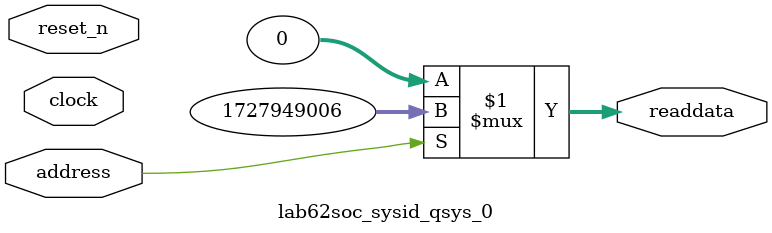
<source format=v>



// synthesis translate_off
`timescale 1ns / 1ps
// synthesis translate_on

// turn off superfluous verilog processor warnings 
// altera message_level Level1 
// altera message_off 10034 10035 10036 10037 10230 10240 10030 

module lab62soc_sysid_qsys_0 (
               // inputs:
                address,
                clock,
                reset_n,

               // outputs:
                readdata
             )
;

  output  [ 31: 0] readdata;
  input            address;
  input            clock;
  input            reset_n;

  wire    [ 31: 0] readdata;
  //control_slave, which is an e_avalon_slave
  assign readdata = address ? 1727949006 : 0;

endmodule



</source>
